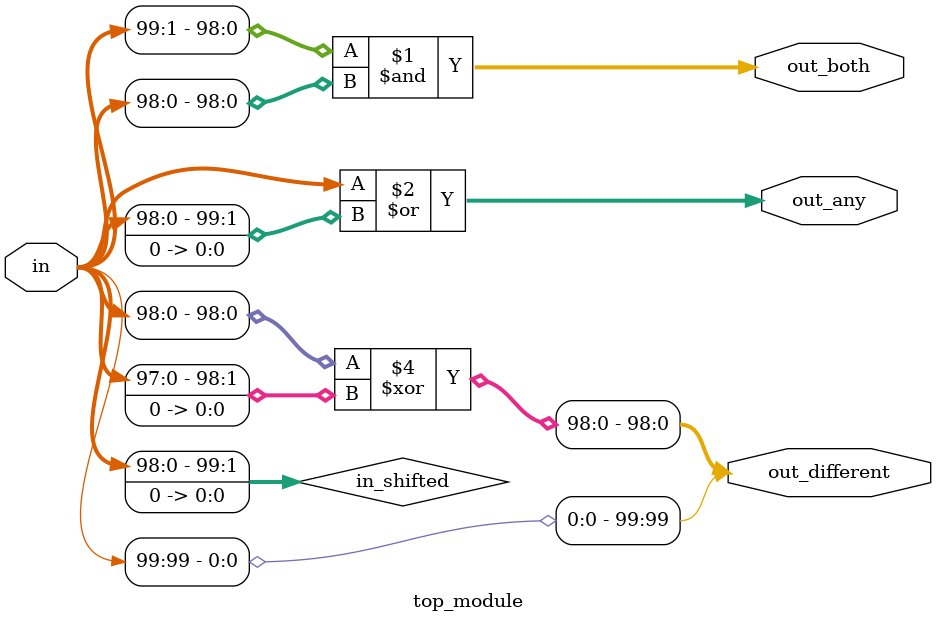
<source format=sv>
module top_module (
    input [99:0] in,
    output [98:0] out_both,
    output [99:0] out_any,
    output [99:0] out_different
);

    wire [99:0] in_shifted;
    assign in_shifted = {in[98:0], 1'b0};

    // Perform bit-wise AND for out_both
    assign out_both = in[99:1] & in_shifted[99:1];

    // Perform bit-wise OR for out_any
    assign out_any = in | in_shifted;

    // Perform bit-wise XOR for out_different
    assign out_different[99] = in[99] ^ in_shifted[0];                      // The first bit of out_different
    assign out_different[98:0] = in[98:0] ^ in_shifted[98:0];  // Remaining bits of out_different

endmodule

</source>
